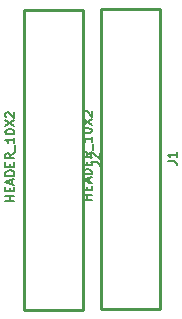
<source format=gto>
G04 (created by PCBNEW (2013-08-24 BZR 4298)-stable) date Thu 21 Nov 2013 10:15:51 PM PST*
%MOIN*%
G04 Gerber Fmt 3.4, Leading zero omitted, Abs format*
%FSLAX34Y34*%
G01*
G70*
G90*
G04 APERTURE LIST*
%ADD10C,0.005906*%
%ADD11C,0.010000*%
%ADD12C,0.007500*%
G04 APERTURE END LIST*
G54D10*
G54D11*
X51551Y-37141D02*
X53519Y-37141D01*
X51551Y-37141D02*
X51551Y-47141D01*
X53519Y-37141D02*
X53519Y-47141D01*
X53519Y-47141D02*
X51551Y-47141D01*
X54125Y-37106D02*
X56094Y-37106D01*
X54125Y-37106D02*
X54125Y-47106D01*
X56094Y-37106D02*
X56094Y-47106D01*
X56094Y-47106D02*
X54125Y-47106D01*
G54D12*
X53778Y-42222D02*
X53992Y-42222D01*
X54035Y-42236D01*
X54064Y-42264D01*
X54078Y-42307D01*
X54078Y-42336D01*
X53807Y-42093D02*
X53792Y-42079D01*
X53778Y-42050D01*
X53778Y-41979D01*
X53792Y-41950D01*
X53807Y-41936D01*
X53835Y-41922D01*
X53864Y-41922D01*
X53907Y-41936D01*
X54078Y-42107D01*
X54078Y-41922D01*
X51243Y-43504D02*
X50943Y-43504D01*
X51086Y-43504D02*
X51086Y-43333D01*
X51243Y-43333D02*
X50943Y-43333D01*
X51086Y-43190D02*
X51086Y-43090D01*
X51243Y-43047D02*
X51243Y-43190D01*
X50943Y-43190D01*
X50943Y-43047D01*
X51158Y-42933D02*
X51158Y-42790D01*
X51243Y-42962D02*
X50943Y-42862D01*
X51243Y-42762D01*
X51243Y-42662D02*
X50943Y-42662D01*
X50943Y-42590D01*
X50958Y-42547D01*
X50986Y-42519D01*
X51015Y-42504D01*
X51072Y-42490D01*
X51115Y-42490D01*
X51172Y-42504D01*
X51201Y-42519D01*
X51229Y-42547D01*
X51243Y-42590D01*
X51243Y-42662D01*
X51086Y-42362D02*
X51086Y-42262D01*
X51243Y-42219D02*
X51243Y-42362D01*
X50943Y-42362D01*
X50943Y-42219D01*
X51243Y-41919D02*
X51101Y-42019D01*
X51243Y-42090D02*
X50943Y-42090D01*
X50943Y-41976D01*
X50958Y-41947D01*
X50972Y-41933D01*
X51001Y-41919D01*
X51043Y-41919D01*
X51072Y-41933D01*
X51086Y-41947D01*
X51101Y-41976D01*
X51101Y-42090D01*
X51272Y-41862D02*
X51272Y-41633D01*
X51243Y-41404D02*
X51243Y-41576D01*
X51243Y-41490D02*
X50943Y-41490D01*
X50986Y-41519D01*
X51015Y-41547D01*
X51029Y-41576D01*
X50943Y-41219D02*
X50943Y-41190D01*
X50958Y-41162D01*
X50972Y-41147D01*
X51001Y-41133D01*
X51058Y-41119D01*
X51129Y-41119D01*
X51186Y-41133D01*
X51215Y-41147D01*
X51229Y-41162D01*
X51243Y-41190D01*
X51243Y-41219D01*
X51229Y-41247D01*
X51215Y-41262D01*
X51186Y-41276D01*
X51129Y-41290D01*
X51058Y-41290D01*
X51001Y-41276D01*
X50972Y-41262D01*
X50958Y-41247D01*
X50943Y-41219D01*
X50943Y-41019D02*
X51243Y-40819D01*
X50943Y-40819D02*
X51243Y-41019D01*
X50972Y-40719D02*
X50958Y-40704D01*
X50943Y-40676D01*
X50943Y-40604D01*
X50958Y-40576D01*
X50972Y-40562D01*
X51001Y-40547D01*
X51029Y-40547D01*
X51072Y-40562D01*
X51243Y-40733D01*
X51243Y-40547D01*
X56353Y-42186D02*
X56567Y-42186D01*
X56610Y-42200D01*
X56639Y-42229D01*
X56653Y-42272D01*
X56653Y-42300D01*
X56653Y-41886D02*
X56653Y-42058D01*
X56653Y-41972D02*
X56353Y-41972D01*
X56396Y-42000D01*
X56424Y-42029D01*
X56439Y-42058D01*
X53818Y-43469D02*
X53518Y-43469D01*
X53661Y-43469D02*
X53661Y-43298D01*
X53818Y-43298D02*
X53518Y-43298D01*
X53661Y-43155D02*
X53661Y-43055D01*
X53818Y-43012D02*
X53818Y-43155D01*
X53518Y-43155D01*
X53518Y-43012D01*
X53733Y-42898D02*
X53733Y-42755D01*
X53818Y-42926D02*
X53518Y-42826D01*
X53818Y-42726D01*
X53818Y-42626D02*
X53518Y-42626D01*
X53518Y-42555D01*
X53533Y-42512D01*
X53561Y-42483D01*
X53590Y-42469D01*
X53647Y-42455D01*
X53690Y-42455D01*
X53747Y-42469D01*
X53775Y-42483D01*
X53804Y-42512D01*
X53818Y-42555D01*
X53818Y-42626D01*
X53661Y-42326D02*
X53661Y-42226D01*
X53818Y-42183D02*
X53818Y-42326D01*
X53518Y-42326D01*
X53518Y-42183D01*
X53818Y-41883D02*
X53675Y-41983D01*
X53818Y-42055D02*
X53518Y-42055D01*
X53518Y-41940D01*
X53533Y-41912D01*
X53547Y-41898D01*
X53575Y-41883D01*
X53618Y-41883D01*
X53647Y-41898D01*
X53661Y-41912D01*
X53675Y-41940D01*
X53675Y-42055D01*
X53847Y-41826D02*
X53847Y-41598D01*
X53818Y-41369D02*
X53818Y-41540D01*
X53818Y-41455D02*
X53518Y-41455D01*
X53561Y-41483D01*
X53590Y-41512D01*
X53604Y-41540D01*
X53518Y-41183D02*
X53518Y-41155D01*
X53533Y-41126D01*
X53547Y-41112D01*
X53575Y-41098D01*
X53633Y-41083D01*
X53704Y-41083D01*
X53761Y-41098D01*
X53790Y-41112D01*
X53804Y-41126D01*
X53818Y-41155D01*
X53818Y-41183D01*
X53804Y-41212D01*
X53790Y-41226D01*
X53761Y-41240D01*
X53704Y-41255D01*
X53633Y-41255D01*
X53575Y-41240D01*
X53547Y-41226D01*
X53533Y-41212D01*
X53518Y-41183D01*
X53518Y-40983D02*
X53818Y-40783D01*
X53518Y-40783D02*
X53818Y-40983D01*
X53547Y-40683D02*
X53533Y-40669D01*
X53518Y-40640D01*
X53518Y-40569D01*
X53533Y-40540D01*
X53547Y-40526D01*
X53575Y-40512D01*
X53604Y-40512D01*
X53647Y-40526D01*
X53818Y-40698D01*
X53818Y-40512D01*
M02*

</source>
